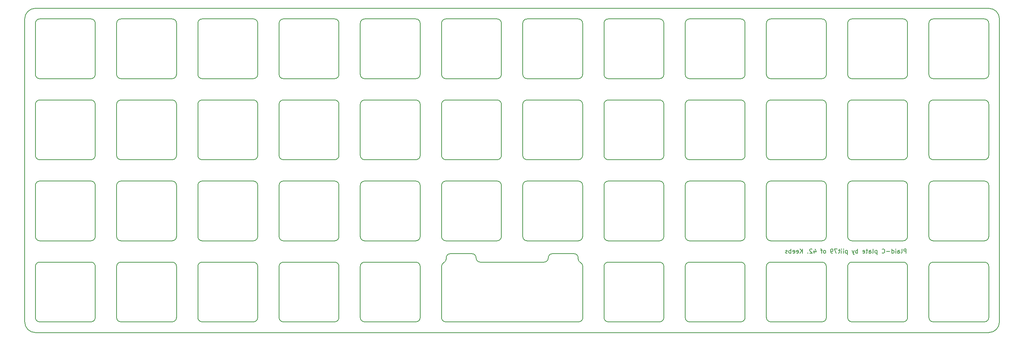
<source format=gbr>
%TF.GenerationSoftware,KiCad,Pcbnew,6.0.4-6f826c9f35~116~ubuntu22.04.1*%
%TF.CreationDate,2022-03-31T18:52:35+02:00*%
%TF.ProjectId,plaid_plate_mit_grid,706c6169-645f-4706-9c61-74655f6d6974,rev?*%
%TF.SameCoordinates,PX208b4c8PY36216c0*%
%TF.FileFunction,Legend,Bot*%
%TF.FilePolarity,Positive*%
%FSLAX46Y46*%
G04 Gerber Fmt 4.6, Leading zero omitted, Abs format (unit mm)*
G04 Created by KiCad (PCBNEW 6.0.4-6f826c9f35~116~ubuntu22.04.1) date 2022-03-31 18:52:35*
%MOMM*%
%LPD*%
G01*
G04 APERTURE LIST*
%ADD10C,0.200000*%
%TA.AperFunction,Profile*%
%ADD11C,0.200000*%
%TD*%
%TA.AperFunction,Profile*%
%ADD12C,0.150000*%
%TD*%
G04 APERTURE END LIST*
D10*
X206170038Y-57399180D02*
X206170038Y-56399180D01*
X205789085Y-56399180D01*
X205693847Y-56446800D01*
X205646228Y-56494419D01*
X205598609Y-56589657D01*
X205598609Y-56732514D01*
X205646228Y-56827752D01*
X205693847Y-56875371D01*
X205789085Y-56922990D01*
X206170038Y-56922990D01*
X205027180Y-57399180D02*
X205122419Y-57351561D01*
X205170038Y-57256323D01*
X205170038Y-56399180D01*
X204217657Y-57399180D02*
X204217657Y-56875371D01*
X204265276Y-56780133D01*
X204360514Y-56732514D01*
X204550990Y-56732514D01*
X204646228Y-56780133D01*
X204217657Y-57351561D02*
X204312895Y-57399180D01*
X204550990Y-57399180D01*
X204646228Y-57351561D01*
X204693847Y-57256323D01*
X204693847Y-57161085D01*
X204646228Y-57065847D01*
X204550990Y-57018228D01*
X204312895Y-57018228D01*
X204217657Y-56970609D01*
X203741466Y-57399180D02*
X203741466Y-56732514D01*
X203741466Y-56399180D02*
X203789085Y-56446800D01*
X203741466Y-56494419D01*
X203693847Y-56446800D01*
X203741466Y-56399180D01*
X203741466Y-56494419D01*
X202836704Y-57399180D02*
X202836704Y-56399180D01*
X202836704Y-57351561D02*
X202931942Y-57399180D01*
X203122419Y-57399180D01*
X203217657Y-57351561D01*
X203265276Y-57303942D01*
X203312895Y-57208704D01*
X203312895Y-56922990D01*
X203265276Y-56827752D01*
X203217657Y-56780133D01*
X203122419Y-56732514D01*
X202931942Y-56732514D01*
X202836704Y-56780133D01*
X202360514Y-57018228D02*
X201598609Y-57018228D01*
X200550990Y-57303942D02*
X200598609Y-57351561D01*
X200741466Y-57399180D01*
X200836704Y-57399180D01*
X200979561Y-57351561D01*
X201074800Y-57256323D01*
X201122419Y-57161085D01*
X201170038Y-56970609D01*
X201170038Y-56827752D01*
X201122419Y-56637276D01*
X201074800Y-56542038D01*
X200979561Y-56446800D01*
X200836704Y-56399180D01*
X200741466Y-56399180D01*
X200598609Y-56446800D01*
X200550990Y-56494419D01*
X199360514Y-56732514D02*
X199360514Y-57732514D01*
X199360514Y-56780133D02*
X199265276Y-56732514D01*
X199074800Y-56732514D01*
X198979561Y-56780133D01*
X198931942Y-56827752D01*
X198884323Y-56922990D01*
X198884323Y-57208704D01*
X198931942Y-57303942D01*
X198979561Y-57351561D01*
X199074800Y-57399180D01*
X199265276Y-57399180D01*
X199360514Y-57351561D01*
X198312895Y-57399180D02*
X198408133Y-57351561D01*
X198455752Y-57256323D01*
X198455752Y-56399180D01*
X197503371Y-57399180D02*
X197503371Y-56875371D01*
X197550990Y-56780133D01*
X197646228Y-56732514D01*
X197836704Y-56732514D01*
X197931942Y-56780133D01*
X197503371Y-57351561D02*
X197598609Y-57399180D01*
X197836704Y-57399180D01*
X197931942Y-57351561D01*
X197979561Y-57256323D01*
X197979561Y-57161085D01*
X197931942Y-57065847D01*
X197836704Y-57018228D01*
X197598609Y-57018228D01*
X197503371Y-56970609D01*
X197170038Y-56732514D02*
X196789085Y-56732514D01*
X197027180Y-56399180D02*
X197027180Y-57256323D01*
X196979561Y-57351561D01*
X196884323Y-57399180D01*
X196789085Y-57399180D01*
X196074800Y-57351561D02*
X196170038Y-57399180D01*
X196360514Y-57399180D01*
X196455752Y-57351561D01*
X196503371Y-57256323D01*
X196503371Y-56875371D01*
X196455752Y-56780133D01*
X196360514Y-56732514D01*
X196170038Y-56732514D01*
X196074800Y-56780133D01*
X196027180Y-56875371D01*
X196027180Y-56970609D01*
X196503371Y-57065847D01*
X194836704Y-57399180D02*
X194836704Y-56399180D01*
X194836704Y-56780133D02*
X194741466Y-56732514D01*
X194550990Y-56732514D01*
X194455752Y-56780133D01*
X194408133Y-56827752D01*
X194360514Y-56922990D01*
X194360514Y-57208704D01*
X194408133Y-57303942D01*
X194455752Y-57351561D01*
X194550990Y-57399180D01*
X194741466Y-57399180D01*
X194836704Y-57351561D01*
X194027180Y-56732514D02*
X193789085Y-57399180D01*
X193550990Y-56732514D02*
X193789085Y-57399180D01*
X193884323Y-57637276D01*
X193931942Y-57684895D01*
X194027180Y-57732514D01*
X192408133Y-56732514D02*
X192408133Y-57732514D01*
X192408133Y-56780133D02*
X192312895Y-56732514D01*
X192122419Y-56732514D01*
X192027180Y-56780133D01*
X191979561Y-56827752D01*
X191931942Y-56922990D01*
X191931942Y-57208704D01*
X191979561Y-57303942D01*
X192027180Y-57351561D01*
X192122419Y-57399180D01*
X192312895Y-57399180D01*
X192408133Y-57351561D01*
X191503371Y-57399180D02*
X191503371Y-56732514D01*
X191503371Y-56399180D02*
X191550990Y-56446800D01*
X191503371Y-56494419D01*
X191455752Y-56446800D01*
X191503371Y-56399180D01*
X191503371Y-56494419D01*
X191027180Y-57399180D02*
X191027180Y-56732514D01*
X191027180Y-56399180D02*
X191074800Y-56446800D01*
X191027180Y-56494419D01*
X190979561Y-56446800D01*
X191027180Y-56399180D01*
X191027180Y-56494419D01*
X190693847Y-56732514D02*
X190312895Y-56732514D01*
X190550990Y-56399180D02*
X190550990Y-57256323D01*
X190503371Y-57351561D01*
X190408133Y-57399180D01*
X190312895Y-57399180D01*
X190074800Y-56399180D02*
X189408133Y-56399180D01*
X189836704Y-57399180D01*
X188979561Y-57399180D02*
X188789085Y-57399180D01*
X188693847Y-57351561D01*
X188646228Y-57303942D01*
X188550990Y-57161085D01*
X188503371Y-56970609D01*
X188503371Y-56589657D01*
X188550990Y-56494419D01*
X188598609Y-56446800D01*
X188693847Y-56399180D01*
X188884323Y-56399180D01*
X188979561Y-56446800D01*
X189027180Y-56494419D01*
X189074800Y-56589657D01*
X189074800Y-56827752D01*
X189027180Y-56922990D01*
X188979561Y-56970609D01*
X188884323Y-57018228D01*
X188693847Y-57018228D01*
X188598609Y-56970609D01*
X188550990Y-56922990D01*
X188503371Y-56827752D01*
X187170038Y-57399180D02*
X187265276Y-57351561D01*
X187312895Y-57303942D01*
X187360514Y-57208704D01*
X187360514Y-56922990D01*
X187312895Y-56827752D01*
X187265276Y-56780133D01*
X187170038Y-56732514D01*
X187027180Y-56732514D01*
X186931942Y-56780133D01*
X186884323Y-56827752D01*
X186836704Y-56922990D01*
X186836704Y-57208704D01*
X186884323Y-57303942D01*
X186931942Y-57351561D01*
X187027180Y-57399180D01*
X187170038Y-57399180D01*
X186550990Y-56732514D02*
X186170038Y-56732514D01*
X186408133Y-57399180D02*
X186408133Y-56542038D01*
X186360514Y-56446800D01*
X186265276Y-56399180D01*
X186170038Y-56399180D01*
X184646228Y-56732514D02*
X184646228Y-57399180D01*
X184884323Y-56351561D02*
X185122419Y-57065847D01*
X184503371Y-57065847D01*
X184170038Y-56494419D02*
X184122419Y-56446800D01*
X184027180Y-56399180D01*
X183789085Y-56399180D01*
X183693847Y-56446800D01*
X183646228Y-56494419D01*
X183598609Y-56589657D01*
X183598609Y-56684895D01*
X183646228Y-56827752D01*
X184217657Y-57399180D01*
X183598609Y-57399180D01*
X183170038Y-57303942D02*
X183122419Y-57351561D01*
X183170038Y-57399180D01*
X183217657Y-57351561D01*
X183170038Y-57303942D01*
X183170038Y-57399180D01*
X181931942Y-57399180D02*
X181931942Y-56399180D01*
X181360514Y-57399180D02*
X181789085Y-56827752D01*
X181360514Y-56399180D02*
X181931942Y-56970609D01*
X180550990Y-57351561D02*
X180646228Y-57399180D01*
X180836704Y-57399180D01*
X180931942Y-57351561D01*
X180979561Y-57256323D01*
X180979561Y-56875371D01*
X180931942Y-56780133D01*
X180836704Y-56732514D01*
X180646228Y-56732514D01*
X180550990Y-56780133D01*
X180503371Y-56875371D01*
X180503371Y-56970609D01*
X180979561Y-57065847D01*
X179693847Y-57351561D02*
X179789085Y-57399180D01*
X179979561Y-57399180D01*
X180074800Y-57351561D01*
X180122419Y-57256323D01*
X180122419Y-56875371D01*
X180074800Y-56780133D01*
X179979561Y-56732514D01*
X179789085Y-56732514D01*
X179693847Y-56780133D01*
X179646228Y-56875371D01*
X179646228Y-56970609D01*
X180122419Y-57065847D01*
X179217657Y-57399180D02*
X179217657Y-56399180D01*
X179217657Y-56780133D02*
X179122419Y-56732514D01*
X178931942Y-56732514D01*
X178836704Y-56780133D01*
X178789085Y-56827752D01*
X178741466Y-56922990D01*
X178741466Y-57208704D01*
X178789085Y-57303942D01*
X178836704Y-57351561D01*
X178931942Y-57399180D01*
X179122419Y-57399180D01*
X179217657Y-57351561D01*
X178360514Y-57351561D02*
X178265276Y-57399180D01*
X178074800Y-57399180D01*
X177979561Y-57351561D01*
X177931942Y-57256323D01*
X177931942Y-57208704D01*
X177979561Y-57113466D01*
X178074800Y-57065847D01*
X178217657Y-57065847D01*
X178312895Y-57018228D01*
X178360514Y-56922990D01*
X178360514Y-56875371D01*
X178312895Y-56780133D01*
X178217657Y-56732514D01*
X178074800Y-56732514D01*
X177979561Y-56780133D01*
D11*
X211499600Y-72491000D02*
G75*
G03*
X212499600Y-73491000I999999J-1D01*
G01*
X225499586Y-60491000D02*
G75*
G03*
X224499600Y-59491000I-999993J7D01*
G01*
X224499600Y-73491000D02*
G75*
G03*
X225499600Y-72491000I-7J1000007D01*
G01*
X212499600Y-59491000D02*
X224499600Y-59491000D01*
X211499600Y-72491000D02*
X211499600Y-60491000D01*
X212499600Y-59491000D02*
G75*
G03*
X211499600Y-60491000I-1J-999999D01*
G01*
X224499600Y-73491000D02*
X212499600Y-73491000D01*
X225499600Y-60491000D02*
X225499600Y-72491000D01*
X192499600Y-72491000D02*
G75*
G03*
X193499600Y-73491000I999999J-1D01*
G01*
X193499600Y-59491000D02*
G75*
G03*
X192499600Y-60491000I-1J-999999D01*
G01*
X206499586Y-60491000D02*
G75*
G03*
X205499600Y-59491000I-999993J7D01*
G01*
X205499600Y-73491000D02*
G75*
G03*
X206499600Y-72491000I-7J1000007D01*
G01*
X193499600Y-59491000D02*
X205499600Y-59491000D01*
X192499600Y-72491000D02*
X192499600Y-60491000D01*
X205499600Y-73491000D02*
X193499600Y-73491000D01*
X206499600Y-60491000D02*
X206499600Y-72491000D01*
X173499600Y-72491000D02*
G75*
G03*
X174499600Y-73491000I999999J-1D01*
G01*
X187499586Y-60491000D02*
G75*
G03*
X186499600Y-59491000I-999993J7D01*
G01*
X186499600Y-73491000D02*
G75*
G03*
X187499600Y-72491000I-7J1000007D01*
G01*
X174499600Y-59491000D02*
X186499600Y-59491000D01*
X173499600Y-72491000D02*
X173499600Y-60491000D01*
X187499600Y-60491000D02*
X187499600Y-72491000D01*
X186499600Y-73491000D02*
X174499600Y-73491000D01*
X174499600Y-59491000D02*
G75*
G03*
X173499600Y-60491000I-1J-999999D01*
G01*
X154499600Y-72491000D02*
G75*
G03*
X155499600Y-73491000I999999J-1D01*
G01*
X168499586Y-60491000D02*
G75*
G03*
X167499600Y-59491000I-999993J7D01*
G01*
X167499600Y-73491000D02*
G75*
G03*
X168499600Y-72491000I-7J1000007D01*
G01*
X155499600Y-59491000D02*
X167499600Y-59491000D01*
X154499600Y-72491000D02*
X154499600Y-60491000D01*
X167499600Y-73491000D02*
X155499600Y-73491000D01*
X168499600Y-60491000D02*
X168499600Y-72491000D01*
X155499600Y-59491000D02*
G75*
G03*
X154499600Y-60491000I-1J-999999D01*
G01*
X135499600Y-72491000D02*
G75*
G03*
X136499600Y-73491000I999999J-1D01*
G01*
X149499586Y-60491000D02*
G75*
G03*
X148499600Y-59491000I-999993J7D01*
G01*
X149499600Y-60491000D02*
X149499600Y-72491000D01*
X148499600Y-73491000D02*
G75*
G03*
X149499600Y-72491000I-7J1000007D01*
G01*
X136499600Y-59491000D02*
X148499600Y-59491000D01*
X135499600Y-72491000D02*
X135499600Y-60491000D01*
X136499600Y-59491000D02*
G75*
G03*
X135499600Y-60491000I-1J-999999D01*
G01*
X148499600Y-73491000D02*
X136499600Y-73491000D01*
X211499600Y-53491000D02*
G75*
G03*
X212499600Y-54491000I999999J-1D01*
G01*
X225499586Y-41491000D02*
G75*
G03*
X224499600Y-40491000I-999993J7D01*
G01*
X224499600Y-54491000D02*
G75*
G03*
X225499600Y-53491000I-7J1000007D01*
G01*
X224499600Y-54491000D02*
X212499600Y-54491000D01*
X212499600Y-40491000D02*
X224499600Y-40491000D01*
X211499600Y-53491000D02*
X211499600Y-41491000D01*
X225499600Y-41491000D02*
X225499600Y-53491000D01*
X212499600Y-40491000D02*
G75*
G03*
X211499600Y-41491000I-1J-999999D01*
G01*
X192499600Y-53491000D02*
G75*
G03*
X193499600Y-54491000I999999J-1D01*
G01*
X206499586Y-41491000D02*
G75*
G03*
X205499600Y-40491000I-999993J7D01*
G01*
X205499600Y-54491000D02*
X193499600Y-54491000D01*
X205499600Y-54491000D02*
G75*
G03*
X206499600Y-53491000I-7J1000007D01*
G01*
X193499600Y-40491000D02*
X205499600Y-40491000D01*
X193499600Y-40491000D02*
G75*
G03*
X192499600Y-41491000I-1J-999999D01*
G01*
X192499600Y-53491000D02*
X192499600Y-41491000D01*
X206499600Y-41491000D02*
X206499600Y-53491000D01*
X173499600Y-53491000D02*
G75*
G03*
X174499600Y-54491000I999999J-1D01*
G01*
X186499600Y-54491000D02*
G75*
G03*
X187499600Y-53491000I-7J1000007D01*
G01*
X174499600Y-40491000D02*
G75*
G03*
X173499600Y-41491000I-1J-999999D01*
G01*
X187499586Y-41491000D02*
G75*
G03*
X186499600Y-40491000I-999993J7D01*
G01*
X174499600Y-40491000D02*
X186499600Y-40491000D01*
X173499600Y-53491000D02*
X173499600Y-41491000D01*
X186499600Y-54491000D02*
X174499600Y-54491000D01*
X187499600Y-41491000D02*
X187499600Y-53491000D01*
X154499600Y-53491000D02*
G75*
G03*
X155499600Y-54491000I999999J-1D01*
G01*
X168499586Y-41491000D02*
G75*
G03*
X167499600Y-40491000I-999993J7D01*
G01*
X167499600Y-54491000D02*
G75*
G03*
X168499600Y-53491000I-7J1000007D01*
G01*
X155499600Y-40491000D02*
X167499600Y-40491000D01*
X154499600Y-53491000D02*
X154499600Y-41491000D01*
X155499600Y-40491000D02*
G75*
G03*
X154499600Y-41491000I-1J-999999D01*
G01*
X167499600Y-54491000D02*
X155499600Y-54491000D01*
X168499600Y-41491000D02*
X168499600Y-53491000D01*
X78499600Y-72491000D02*
G75*
G03*
X79499600Y-73491000I999999J-1D01*
G01*
X92499586Y-60491000D02*
G75*
G03*
X91499600Y-59491000I-999993J7D01*
G01*
X91499600Y-73491000D02*
G75*
G03*
X92499600Y-72491000I-7J1000007D01*
G01*
X78499600Y-72491000D02*
X78499600Y-60491000D01*
X79499600Y-59491000D02*
X91499600Y-59491000D01*
X91499600Y-73491000D02*
X79499600Y-73491000D01*
X92499600Y-60491000D02*
X92499600Y-72491000D01*
X79499600Y-59491000D02*
G75*
G03*
X78499600Y-60491000I-1J-999999D01*
G01*
X59499600Y-72491000D02*
G75*
G03*
X60499600Y-73491000I999999J-1D01*
G01*
X73499586Y-60491000D02*
G75*
G03*
X72499600Y-59491000I-999993J7D01*
G01*
X72499600Y-73491000D02*
G75*
G03*
X73499600Y-72491000I-7J1000007D01*
G01*
X59499600Y-72491000D02*
X59499600Y-60491000D01*
X60499600Y-59491000D02*
G75*
G03*
X59499600Y-60491000I-1J-999999D01*
G01*
X60499600Y-59491000D02*
X72499600Y-59491000D01*
X72499600Y-73491000D02*
X60499600Y-73491000D01*
X73499600Y-60491000D02*
X73499600Y-72491000D01*
X40499600Y-72491000D02*
G75*
G03*
X41499600Y-73491000I999999J-1D01*
G01*
X53499600Y-73491000D02*
G75*
G03*
X54499600Y-72491000I-7J1000007D01*
G01*
X53499600Y-73491000D02*
X41499600Y-73491000D01*
X54499586Y-60491000D02*
G75*
G03*
X53499600Y-59491000I-999993J7D01*
G01*
X41499600Y-59491000D02*
X53499600Y-59491000D01*
X40499600Y-72491000D02*
X40499600Y-60491000D01*
X54499600Y-60491000D02*
X54499600Y-72491000D01*
X41499600Y-59491000D02*
G75*
G03*
X40499600Y-60491000I-1J-999999D01*
G01*
X21499600Y-72491000D02*
G75*
G03*
X22499600Y-73491000I999999J-1D01*
G01*
X35499586Y-60491000D02*
G75*
G03*
X34499600Y-59491000I-999993J7D01*
G01*
X34499600Y-73491000D02*
G75*
G03*
X35499600Y-72491000I-7J1000007D01*
G01*
X22499600Y-59491000D02*
X34499600Y-59491000D01*
X21499600Y-72491000D02*
X21499600Y-60491000D01*
X34499600Y-73491000D02*
X22499600Y-73491000D01*
X35499600Y-60491000D02*
X35499600Y-72491000D01*
X22499600Y-59491000D02*
G75*
G03*
X21499600Y-60491000I-1J-999999D01*
G01*
X2499600Y-72491000D02*
G75*
G03*
X3499600Y-73491000I999999J-1D01*
G01*
X16499586Y-60491000D02*
G75*
G03*
X15499600Y-59491000I-999993J7D01*
G01*
X15499600Y-73491000D02*
G75*
G03*
X16499600Y-72491000I-7J1000007D01*
G01*
X3499600Y-59491000D02*
X15499600Y-59491000D01*
X2499600Y-72491000D02*
X2499600Y-60491000D01*
X15499600Y-73491000D02*
X3499600Y-73491000D01*
X16499600Y-60491000D02*
X16499600Y-72491000D01*
X3499600Y-59491000D02*
G75*
G03*
X2499600Y-60491000I-1J-999999D01*
G01*
X78499600Y-53491000D02*
G75*
G03*
X79499600Y-54491000I999999J-1D01*
G01*
X92499586Y-41491000D02*
G75*
G03*
X91499600Y-40491000I-999993J7D01*
G01*
X91499600Y-54491000D02*
G75*
G03*
X92499600Y-53491000I-7J1000007D01*
G01*
X79499600Y-40491000D02*
X91499600Y-40491000D01*
X78499600Y-53491000D02*
X78499600Y-41491000D01*
X91499600Y-54491000D02*
X79499600Y-54491000D01*
X92499600Y-41491000D02*
X92499600Y-53491000D01*
X79499600Y-40491000D02*
G75*
G03*
X78499600Y-41491000I-1J-999999D01*
G01*
X59499600Y-53491000D02*
G75*
G03*
X60499600Y-54491000I999999J-1D01*
G01*
X72499600Y-54491000D02*
G75*
G03*
X73499600Y-53491000I-7J1000007D01*
G01*
X73499586Y-41491000D02*
G75*
G03*
X72499600Y-40491000I-999993J7D01*
G01*
X60499600Y-40491000D02*
X72499600Y-40491000D01*
X59499600Y-53491000D02*
X59499600Y-41491000D01*
X72499600Y-54491000D02*
X60499600Y-54491000D01*
X73499600Y-41491000D02*
X73499600Y-53491000D01*
X60499600Y-40491000D02*
G75*
G03*
X59499600Y-41491000I-1J-999999D01*
G01*
X40499600Y-53491000D02*
G75*
G03*
X41499600Y-54491000I999999J-1D01*
G01*
X53499600Y-54491000D02*
G75*
G03*
X54499600Y-53491000I-7J1000007D01*
G01*
X54499586Y-41491000D02*
G75*
G03*
X53499600Y-40491000I-999993J7D01*
G01*
X41499600Y-40491000D02*
X53499600Y-40491000D01*
X40499600Y-53491000D02*
X40499600Y-41491000D01*
X53499600Y-54491000D02*
X41499600Y-54491000D01*
X54499600Y-41491000D02*
X54499600Y-53491000D01*
X41499600Y-40491000D02*
G75*
G03*
X40499600Y-41491000I-1J-999999D01*
G01*
X21499600Y-53491000D02*
G75*
G03*
X22499600Y-54491000I999999J-1D01*
G01*
X35499586Y-41491000D02*
G75*
G03*
X34499600Y-40491000I-999993J7D01*
G01*
X22499600Y-40491000D02*
G75*
G03*
X21499600Y-41491000I-1J-999999D01*
G01*
X34499600Y-54491000D02*
G75*
G03*
X35499600Y-53491000I-7J1000007D01*
G01*
X22499600Y-40491000D02*
X34499600Y-40491000D01*
X21499600Y-53491000D02*
X21499600Y-41491000D01*
X34499600Y-54491000D02*
X22499600Y-54491000D01*
X35499600Y-41491000D02*
X35499600Y-53491000D01*
X136499600Y-40491000D02*
G75*
G03*
X135499600Y-41491000I-1J-999999D01*
G01*
X149499600Y-41491000D02*
X149499600Y-53491000D01*
X148499600Y-54491000D02*
X136499600Y-54491000D01*
X135499600Y-53491000D02*
X135499600Y-41491000D01*
X136499600Y-40491000D02*
X148499600Y-40491000D01*
X148499600Y-54491000D02*
G75*
G03*
X149499600Y-53491000I-7J1000007D01*
G01*
X149499586Y-41491000D02*
G75*
G03*
X148499600Y-40491000I-999993J7D01*
G01*
X135499600Y-53491000D02*
G75*
G03*
X136499600Y-54491000I999999J-1D01*
G01*
X117499600Y-40491000D02*
G75*
G03*
X116499600Y-41491000I-1J-999999D01*
G01*
X130499600Y-41491000D02*
X130499600Y-53491000D01*
X129499600Y-54491000D02*
X117499600Y-54491000D01*
X116499600Y-53491000D02*
X116499600Y-41491000D01*
X117499600Y-40491000D02*
X129499600Y-40491000D01*
X129499600Y-54491000D02*
G75*
G03*
X130499600Y-53491000I-7J1000007D01*
G01*
X130499586Y-41491000D02*
G75*
G03*
X129499600Y-40491000I-999993J7D01*
G01*
X116499600Y-53491000D02*
G75*
G03*
X117499600Y-54491000I999999J-1D01*
G01*
X98499600Y-40491000D02*
G75*
G03*
X97499600Y-41491000I-1J-999999D01*
G01*
X111499600Y-41491000D02*
X111499600Y-53491000D01*
X110499600Y-54491000D02*
X98499600Y-54491000D01*
X97499600Y-53491000D02*
X97499600Y-41491000D01*
X98499600Y-40491000D02*
X110499600Y-40491000D01*
X110499600Y-54491000D02*
G75*
G03*
X111499600Y-53491000I-7J1000007D01*
G01*
X111499586Y-41491000D02*
G75*
G03*
X110499600Y-40491000I-999993J7D01*
G01*
X97499600Y-53491000D02*
G75*
G03*
X98499600Y-54491000I999999J-1D01*
G01*
X3499600Y-40491000D02*
G75*
G03*
X2499600Y-41491000I-1J-999999D01*
G01*
X16499600Y-41491000D02*
X16499600Y-53491000D01*
X15499600Y-54491000D02*
X3499600Y-54491000D01*
X2499600Y-53491000D02*
X2499600Y-41491000D01*
X3499600Y-40491000D02*
X15499600Y-40491000D01*
X15499600Y-54491000D02*
G75*
G03*
X16499600Y-53491000I-7J1000007D01*
G01*
X16499586Y-41491000D02*
G75*
G03*
X15499600Y-40491000I-999993J7D01*
G01*
X2499600Y-53491000D02*
G75*
G03*
X3499600Y-54491000I999999J-1D01*
G01*
X212499600Y-21491000D02*
G75*
G03*
X211499600Y-22491000I-1J-999999D01*
G01*
X211499600Y-34491000D02*
G75*
G03*
X212499600Y-35491000I999999J-1D01*
G01*
X225499600Y-22491000D02*
X225499600Y-34491000D01*
X224499600Y-35491000D02*
X212499600Y-35491000D01*
X211499600Y-34491000D02*
X211499600Y-22491000D01*
X212499600Y-21491000D02*
X224499600Y-21491000D01*
X224499600Y-35491000D02*
G75*
G03*
X225499600Y-34491000I-7J1000007D01*
G01*
X225499586Y-22491000D02*
G75*
G03*
X224499600Y-21491000I-999993J7D01*
G01*
X193499600Y-21491000D02*
G75*
G03*
X192499600Y-22491000I-1J-999999D01*
G01*
X206499600Y-22491000D02*
X206499600Y-34491000D01*
X205499600Y-35491000D02*
X193499600Y-35491000D01*
X192499600Y-34491000D02*
X192499600Y-22491000D01*
X193499600Y-21491000D02*
X205499600Y-21491000D01*
X205499600Y-35491000D02*
G75*
G03*
X206499600Y-34491000I-7J1000007D01*
G01*
X206499586Y-22491000D02*
G75*
G03*
X205499600Y-21491000I-999993J7D01*
G01*
X192499600Y-34491000D02*
G75*
G03*
X193499600Y-35491000I999999J-1D01*
G01*
X174499600Y-21491000D02*
G75*
G03*
X173499600Y-22491000I-1J-999999D01*
G01*
X187499600Y-22491000D02*
X187499600Y-34491000D01*
X186499600Y-35491000D02*
X174499600Y-35491000D01*
X173499600Y-34491000D02*
X173499600Y-22491000D01*
X174499600Y-21491000D02*
X186499600Y-21491000D01*
X186499600Y-35491000D02*
G75*
G03*
X187499600Y-34491000I-7J1000007D01*
G01*
X187499586Y-22491000D02*
G75*
G03*
X186499600Y-21491000I-999993J7D01*
G01*
X173499600Y-34491000D02*
G75*
G03*
X174499600Y-35491000I999999J-1D01*
G01*
X155499600Y-21491000D02*
G75*
G03*
X154499600Y-22491000I-1J-999999D01*
G01*
X168499600Y-22491000D02*
X168499600Y-34491000D01*
X167499600Y-35491000D02*
X155499600Y-35491000D01*
X154499600Y-34491000D02*
X154499600Y-22491000D01*
X155499600Y-21491000D02*
X167499600Y-21491000D01*
X167499600Y-35491000D02*
G75*
G03*
X168499600Y-34491000I-7J1000007D01*
G01*
X168499586Y-22491000D02*
G75*
G03*
X167499600Y-21491000I-999993J7D01*
G01*
X154499600Y-34491000D02*
G75*
G03*
X155499600Y-35491000I999999J-1D01*
G01*
X136499600Y-21491000D02*
G75*
G03*
X135499600Y-22491000I-1J-999999D01*
G01*
X149499600Y-22491000D02*
X149499600Y-34491000D01*
X148499600Y-35491000D02*
X136499600Y-35491000D01*
X135499600Y-34491000D02*
X135499600Y-22491000D01*
X136499600Y-21491000D02*
X148499600Y-21491000D01*
X148499600Y-35491000D02*
G75*
G03*
X149499600Y-34491000I-7J1000007D01*
G01*
X149499586Y-22491000D02*
G75*
G03*
X148499600Y-21491000I-999993J7D01*
G01*
X135499600Y-34491000D02*
G75*
G03*
X136499600Y-35491000I999999J-1D01*
G01*
X117499600Y-21491000D02*
G75*
G03*
X116499600Y-22491000I-1J-999999D01*
G01*
X130499600Y-22491000D02*
X130499600Y-34491000D01*
X129499600Y-35491000D02*
X117499600Y-35491000D01*
X116499600Y-34491000D02*
X116499600Y-22491000D01*
X117499600Y-21491000D02*
X129499600Y-21491000D01*
X129499600Y-35491000D02*
G75*
G03*
X130499600Y-34491000I-7J1000007D01*
G01*
X130499586Y-22491000D02*
G75*
G03*
X129499600Y-21491000I-999993J7D01*
G01*
X116499600Y-34491000D02*
G75*
G03*
X117499600Y-35491000I999999J-1D01*
G01*
X98499600Y-21491000D02*
G75*
G03*
X97499600Y-22491000I-1J-999999D01*
G01*
X111499600Y-22491000D02*
X111499600Y-34491000D01*
X110499600Y-35491000D02*
X98499600Y-35491000D01*
X97499600Y-34491000D02*
X97499600Y-22491000D01*
X98499600Y-21491000D02*
X110499600Y-21491000D01*
X110499600Y-35491000D02*
G75*
G03*
X111499600Y-34491000I-7J1000007D01*
G01*
X111499586Y-22491000D02*
G75*
G03*
X110499600Y-21491000I-999993J7D01*
G01*
X97499600Y-34491000D02*
G75*
G03*
X98499600Y-35491000I999999J-1D01*
G01*
X79499600Y-21491000D02*
G75*
G03*
X78499600Y-22491000I-1J-999999D01*
G01*
X91499600Y-35491000D02*
G75*
G03*
X92499600Y-34491000I-7J1000007D01*
G01*
X92499600Y-22491000D02*
X92499600Y-34491000D01*
X92499586Y-22491000D02*
G75*
G03*
X91499600Y-21491000I-999993J7D01*
G01*
X91499600Y-35491000D02*
X79499600Y-35491000D01*
X78499600Y-34491000D02*
G75*
G03*
X79499600Y-35491000I999999J-1D01*
G01*
X78499600Y-34491000D02*
X78499600Y-22491000D01*
X79499600Y-21491000D02*
X91499600Y-21491000D01*
X60499600Y-21491000D02*
G75*
G03*
X59499600Y-22491000I-1J-999999D01*
G01*
X73499600Y-22491000D02*
X73499600Y-34491000D01*
X72499600Y-35491000D02*
X60499600Y-35491000D01*
X59499600Y-34491000D02*
X59499600Y-22491000D01*
X60499600Y-21491000D02*
X72499600Y-21491000D01*
X72499600Y-35491000D02*
G75*
G03*
X73499600Y-34491000I-7J1000007D01*
G01*
X73499586Y-22491000D02*
G75*
G03*
X72499600Y-21491000I-999993J7D01*
G01*
X59499600Y-34491000D02*
G75*
G03*
X60499600Y-35491000I999999J-1D01*
G01*
X41499600Y-21491000D02*
G75*
G03*
X40499600Y-22491000I-1J-999999D01*
G01*
X54499600Y-22491000D02*
X54499600Y-34491000D01*
X53499600Y-35491000D02*
X41499600Y-35491000D01*
X40499600Y-34491000D02*
X40499600Y-22491000D01*
X41499600Y-21491000D02*
X53499600Y-21491000D01*
X53499600Y-35491000D02*
G75*
G03*
X54499600Y-34491000I-7J1000007D01*
G01*
X54499586Y-22491000D02*
G75*
G03*
X53499600Y-21491000I-999993J7D01*
G01*
X40499600Y-34491000D02*
G75*
G03*
X41499600Y-35491000I999999J-1D01*
G01*
X22499600Y-21491000D02*
G75*
G03*
X21499600Y-22491000I-1J-999999D01*
G01*
X35499600Y-22491000D02*
X35499600Y-34491000D01*
X34499600Y-35491000D02*
X22499600Y-35491000D01*
X21499600Y-34491000D02*
X21499600Y-22491000D01*
X22499600Y-21491000D02*
X34499600Y-21491000D01*
X34499600Y-35491000D02*
G75*
G03*
X35499600Y-34491000I-7J1000007D01*
G01*
X35499586Y-22491000D02*
G75*
G03*
X34499600Y-21491000I-999993J7D01*
G01*
X21499600Y-34491000D02*
G75*
G03*
X22499600Y-35491000I999999J-1D01*
G01*
X3499600Y-21491000D02*
G75*
G03*
X2499600Y-22491000I-1J-999999D01*
G01*
X16499600Y-22491000D02*
X16499600Y-34491000D01*
X15499600Y-35491000D02*
X3499600Y-35491000D01*
X2499600Y-34491000D02*
X2499600Y-22491000D01*
X3499600Y-21491000D02*
X15499600Y-21491000D01*
X15499600Y-35491000D02*
G75*
G03*
X16499600Y-34491000I-7J1000007D01*
G01*
X16499586Y-22491000D02*
G75*
G03*
X15499600Y-21491000I-999993J7D01*
G01*
X2499600Y-34491000D02*
G75*
G03*
X3499600Y-35491000I999999J-1D01*
G01*
X212499600Y-2491000D02*
G75*
G03*
X211499600Y-3491000I-1J-999999D01*
G01*
X225499600Y-3491000D02*
X225499600Y-15491000D01*
X224499600Y-16491000D02*
X212499600Y-16491000D01*
X211499600Y-15491000D02*
X211499600Y-3491000D01*
X212499600Y-2491000D02*
X224499600Y-2491000D01*
X224499600Y-16491000D02*
G75*
G03*
X225499600Y-15491000I-7J1000007D01*
G01*
X225499586Y-3491000D02*
G75*
G03*
X224499600Y-2491000I-999993J7D01*
G01*
X211499600Y-15491000D02*
G75*
G03*
X212499600Y-16491000I999999J-1D01*
G01*
X193499600Y-2491000D02*
G75*
G03*
X192499600Y-3491000I-1J-999999D01*
G01*
X206499600Y-3491000D02*
X206499600Y-15491000D01*
X205499600Y-16491000D02*
X193499600Y-16491000D01*
X192499600Y-15491000D02*
X192499600Y-3491000D01*
X193499600Y-2491000D02*
X205499600Y-2491000D01*
X205499600Y-16491000D02*
G75*
G03*
X206499600Y-15491000I-7J1000007D01*
G01*
X206499586Y-3491000D02*
G75*
G03*
X205499600Y-2491000I-999993J7D01*
G01*
X192499600Y-15491000D02*
G75*
G03*
X193499600Y-16491000I999999J-1D01*
G01*
X174499600Y-2491000D02*
G75*
G03*
X173499600Y-3491000I-1J-999999D01*
G01*
X187499600Y-3491000D02*
X187499600Y-15491000D01*
X186499600Y-16491000D02*
X174499600Y-16491000D01*
X173499600Y-15491000D02*
X173499600Y-3491000D01*
X174499600Y-2491000D02*
X186499600Y-2491000D01*
X186499600Y-16491000D02*
G75*
G03*
X187499600Y-15491000I-7J1000007D01*
G01*
X187499586Y-3491000D02*
G75*
G03*
X186499600Y-2491000I-999993J7D01*
G01*
X173499600Y-15491000D02*
G75*
G03*
X174499600Y-16491000I999999J-1D01*
G01*
X155499600Y-2491000D02*
G75*
G03*
X154499600Y-3491000I-1J-999999D01*
G01*
X168499600Y-3491000D02*
X168499600Y-15491000D01*
X167499600Y-16491000D02*
X155499600Y-16491000D01*
X154499600Y-15491000D02*
X154499600Y-3491000D01*
X155499600Y-2491000D02*
X167499600Y-2491000D01*
X167499600Y-16491000D02*
G75*
G03*
X168499600Y-15491000I-7J1000007D01*
G01*
X168499586Y-3491000D02*
G75*
G03*
X167499600Y-2491000I-999993J7D01*
G01*
X154499600Y-15491000D02*
G75*
G03*
X155499600Y-16491000I999999J-1D01*
G01*
X136499600Y-2491000D02*
G75*
G03*
X135499600Y-3491000I-1J-999999D01*
G01*
X149499600Y-3491000D02*
X149499600Y-15491000D01*
X148499600Y-16491000D02*
X136499600Y-16491000D01*
X135499600Y-15491000D02*
X135499600Y-3491000D01*
X135499600Y-15491000D02*
G75*
G03*
X136499600Y-16491000I999999J-1D01*
G01*
X136499600Y-2491000D02*
X148499600Y-2491000D01*
X148499600Y-16491000D02*
G75*
G03*
X149499600Y-15491000I-7J1000007D01*
G01*
X149499586Y-3491000D02*
G75*
G03*
X148499600Y-2491000I-999993J7D01*
G01*
X117499600Y-2491000D02*
G75*
G03*
X116499600Y-3491000I-1J-999999D01*
G01*
X130499600Y-3491000D02*
X130499600Y-15491000D01*
X129499600Y-16491000D02*
X117499600Y-16491000D01*
X116499600Y-15491000D02*
X116499600Y-3491000D01*
X117499600Y-2491000D02*
X129499600Y-2491000D01*
X129499600Y-16491000D02*
G75*
G03*
X130499600Y-15491000I-7J1000007D01*
G01*
X130499586Y-3491000D02*
G75*
G03*
X129499600Y-2491000I-999993J7D01*
G01*
X116499600Y-15491000D02*
G75*
G03*
X117499600Y-16491000I999999J-1D01*
G01*
X98499600Y-2491000D02*
G75*
G03*
X97499600Y-3491000I-1J-999999D01*
G01*
X111499600Y-3491000D02*
X111499600Y-15491000D01*
X110499600Y-16491000D02*
X98499600Y-16491000D01*
X97499600Y-15491000D02*
X97499600Y-3491000D01*
X98499600Y-2491000D02*
X110499600Y-2491000D01*
X110499600Y-16491000D02*
G75*
G03*
X111499600Y-15491000I-7J1000007D01*
G01*
X111499586Y-3491000D02*
G75*
G03*
X110499600Y-2491000I-999993J7D01*
G01*
X97499600Y-15491000D02*
G75*
G03*
X98499600Y-16491000I999999J-1D01*
G01*
X79499600Y-2491000D02*
G75*
G03*
X78499600Y-3491000I-1J-999999D01*
G01*
X92499600Y-3491000D02*
X92499600Y-15491000D01*
X91499600Y-16491000D02*
X79499600Y-16491000D01*
X78499600Y-15491000D02*
X78499600Y-3491000D01*
X79499600Y-2491000D02*
X91499600Y-2491000D01*
X91499600Y-16491000D02*
G75*
G03*
X92499600Y-15491000I-7J1000007D01*
G01*
X92499586Y-3491000D02*
G75*
G03*
X91499600Y-2491000I-999993J7D01*
G01*
X78499600Y-15491000D02*
G75*
G03*
X79499600Y-16491000I999999J-1D01*
G01*
X60499600Y-2491000D02*
G75*
G03*
X59499600Y-3491000I-1J-999999D01*
G01*
X73499600Y-3491000D02*
X73499600Y-15491000D01*
X72499600Y-16491000D02*
X60499600Y-16491000D01*
X59499600Y-15491000D02*
X59499600Y-3491000D01*
X60499600Y-2491000D02*
X72499600Y-2491000D01*
X72499600Y-16491000D02*
G75*
G03*
X73499600Y-15491000I-7J1000007D01*
G01*
X73499586Y-3491000D02*
G75*
G03*
X72499600Y-2491000I-999993J7D01*
G01*
X59499600Y-15491000D02*
G75*
G03*
X60499600Y-16491000I999999J-1D01*
G01*
X41499600Y-2491000D02*
G75*
G03*
X40499600Y-3491000I-1J-999999D01*
G01*
X54499600Y-3491000D02*
X54499600Y-15491000D01*
X53499600Y-16491000D02*
X41499600Y-16491000D01*
X40499600Y-15491000D02*
X40499600Y-3491000D01*
X40499600Y-15491000D02*
G75*
G03*
X41499600Y-16491000I999999J-1D01*
G01*
X41499600Y-2491000D02*
X53499600Y-2491000D01*
X53499600Y-16491000D02*
G75*
G03*
X54499600Y-15491000I-7J1000007D01*
G01*
X54499586Y-3491000D02*
G75*
G03*
X53499600Y-2491000I-999993J7D01*
G01*
X22499600Y-2491000D02*
G75*
G03*
X21499600Y-3491000I-1J-999999D01*
G01*
X35499600Y-3491000D02*
X35499600Y-15491000D01*
X34499600Y-16491000D02*
X22499600Y-16491000D01*
X21499600Y-15491000D02*
X21499600Y-3491000D01*
X22499600Y-2491000D02*
X34499600Y-2491000D01*
X35499586Y-3491000D02*
G75*
G03*
X34499600Y-2491000I-999993J7D01*
G01*
X34499600Y-16491000D02*
G75*
G03*
X35499600Y-15491000I-7J1000007D01*
G01*
X21499600Y-15491000D02*
G75*
G03*
X22499600Y-16491000I999999J-1D01*
G01*
X2499600Y-15491000D02*
G75*
G03*
X3499600Y-16491000I999999J-1D01*
G01*
X3499600Y-2491000D02*
G75*
G03*
X2499600Y-3491000I-1J-999999D01*
G01*
X16499600Y-3491000D02*
X16499600Y-15491000D01*
X3499600Y-2491000D02*
X15499600Y-2491000D01*
X16499586Y-3491000D02*
G75*
G03*
X15499600Y-2491000I-999993J7D01*
G01*
X15499600Y-16491000D02*
G75*
G03*
X16499600Y-15491000I-7J1000007D01*
G01*
X15499600Y-16491000D02*
X3499600Y-16491000D01*
X2499600Y-15491000D02*
X2499600Y-3491000D01*
X129462661Y-58499960D02*
X129462661Y-58720514D01*
X121462660Y-59499960D02*
G75*
G03*
X122462660Y-58499960I1J999999D01*
G01*
X130549660Y-60499960D02*
G75*
G03*
X130006160Y-59610237I-1000003J-2D01*
G01*
X123462660Y-57499960D02*
G75*
G03*
X122462660Y-58499960I-1J-999999D01*
G01*
X97499660Y-72499960D02*
G75*
G03*
X98499660Y-73499960I1000000J0D01*
G01*
X105586660Y-58499960D02*
G75*
G03*
X106586660Y-59499960I999999J-1D01*
G01*
X97499660Y-72499960D02*
X97499660Y-60499960D01*
X129462661Y-58499960D02*
G75*
G03*
X128462661Y-57499960I-1000003J-3D01*
G01*
X129549660Y-73499960D02*
X98499660Y-73499960D01*
X106586660Y-59499960D02*
X121462660Y-59499960D01*
X105586660Y-58499960D02*
G75*
G03*
X104586660Y-57499960I-999999J1D01*
G01*
X129549660Y-73499960D02*
G75*
G03*
X130549660Y-72499960I1J999999D01*
G01*
X130549660Y-60499960D02*
X130549660Y-72499960D01*
X129462660Y-58720514D02*
G75*
G03*
X130006160Y-59610237I1000100J61D01*
G01*
X99586659Y-57499960D02*
G75*
G03*
X98586659Y-58499960I-1J-999999D01*
G01*
X123462660Y-57499960D02*
X128462660Y-57499960D01*
X99586660Y-57499960D02*
X104586660Y-57499960D01*
X98043160Y-59610237D02*
G75*
G03*
X97499660Y-60499960I456500J-889723D01*
G01*
X98586659Y-58720514D02*
X98586659Y-58499960D01*
X98043160Y-59610238D02*
G75*
G03*
X98586660Y-58720514I-456360J889638D01*
G01*
D12*
X228000000Y-2500000D02*
G75*
G03*
X225500000Y0I-2500000J0D01*
G01*
X2500000Y0D02*
G75*
G03*
X0Y-2500000I0J-2500000D01*
G01*
X0Y-73500000D02*
G75*
G03*
X2500000Y-76000000I2500000J0D01*
G01*
X225500000Y-76000000D02*
G75*
G03*
X228000000Y-73500000I0J2500000D01*
G01*
X0Y-73500000D02*
X0Y-2500000D01*
X225500000Y-76000000D02*
X2500000Y-76000000D01*
X228000000Y-2500000D02*
X228000000Y-73500000D01*
X225500000Y0D02*
X2500000Y0D01*
M02*

</source>
